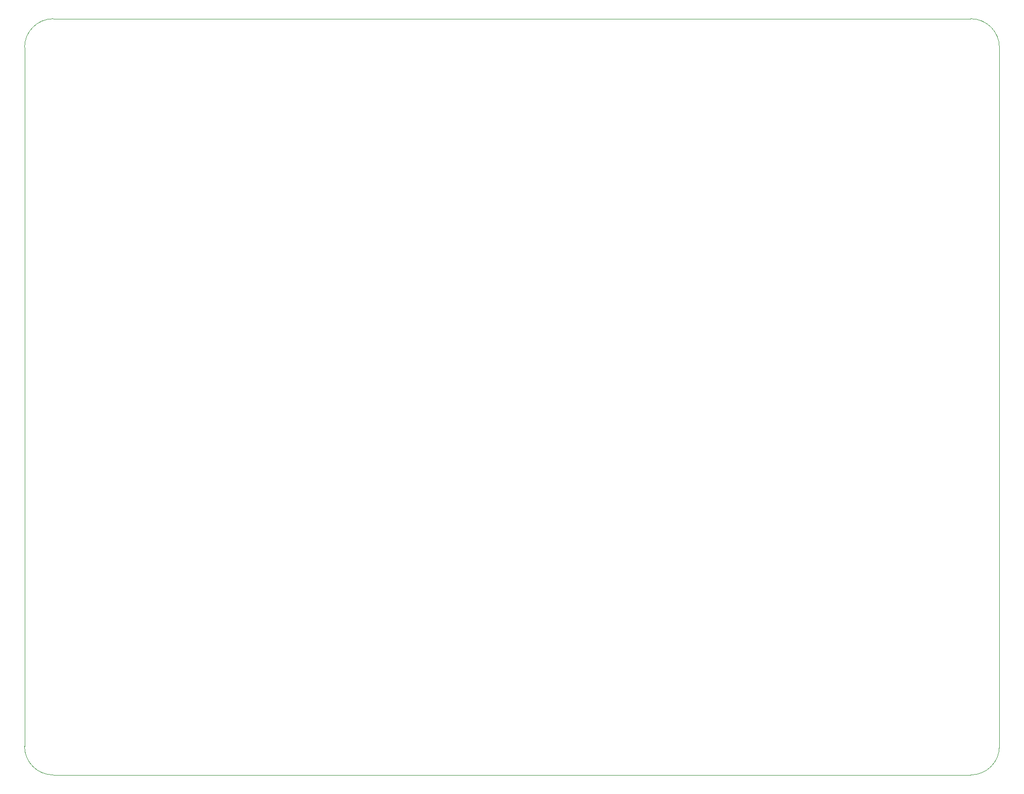
<source format=gbr>
G04 #@! TF.GenerationSoftware,KiCad,Pcbnew,(6.0.10)*
G04 #@! TF.CreationDate,2023-04-15T17:26:44+02:00*
G04 #@! TF.ProjectId,NixieClock,4e697869-6543-46c6-9f63-6b2e6b696361,rev?*
G04 #@! TF.SameCoordinates,Original*
G04 #@! TF.FileFunction,Profile,NP*
%FSLAX46Y46*%
G04 Gerber Fmt 4.6, Leading zero omitted, Abs format (unit mm)*
G04 Created by KiCad (PCBNEW (6.0.10)) date 2023-04-15 17:26:44*
%MOMM*%
%LPD*%
G01*
G04 APERTURE LIST*
G04 #@! TA.AperFunction,Profile*
%ADD10C,0.050000*%
G04 #@! TD*
G04 APERTURE END LIST*
D10*
X105000000Y-29000000D02*
X265000000Y-29000000D01*
X105000000Y-29000000D02*
G75*
G03*
X100000000Y-34000000I0J-5000000D01*
G01*
X265000000Y-161000000D02*
G75*
G03*
X270000000Y-156000000I0J5000000D01*
G01*
X185000000Y-161000000D02*
X105000000Y-161000000D01*
X270000000Y-156000000D02*
X270000000Y-34000000D01*
X100000000Y-156000000D02*
G75*
G03*
X105000000Y-161000000I5000000J0D01*
G01*
X100000000Y-156000000D02*
X100000000Y-34000000D01*
X270000000Y-34000000D02*
G75*
G03*
X265000000Y-29000000I-5000000J0D01*
G01*
X185000000Y-161000000D02*
X265000000Y-161000000D01*
M02*

</source>
